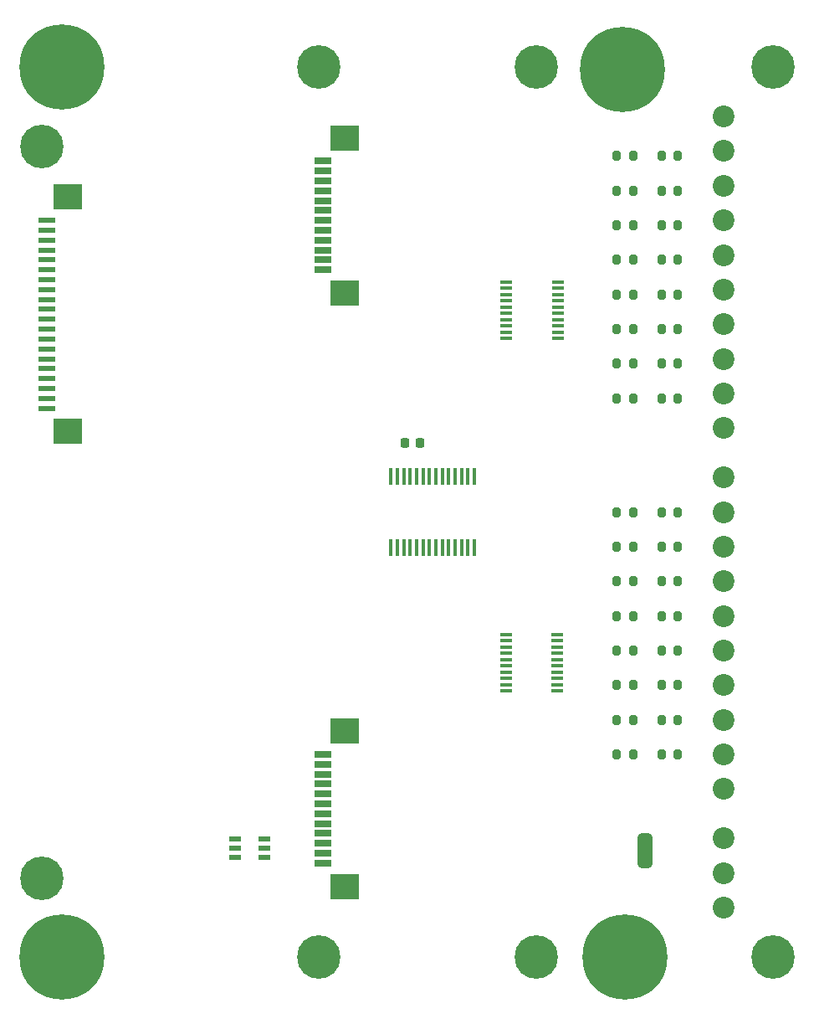
<source format=gbr>
%TF.GenerationSoftware,KiCad,Pcbnew,9.0.6*%
%TF.CreationDate,2025-12-01T21:17:04+03:00*%
%TF.ProjectId,PMCNV-DIx16,504d434e-562d-4444-9978-31362e6b6963,rev?*%
%TF.SameCoordinates,Original*%
%TF.FileFunction,Soldermask,Top*%
%TF.FilePolarity,Negative*%
%FSLAX46Y46*%
G04 Gerber Fmt 4.6, Leading zero omitted, Abs format (unit mm)*
G04 Created by KiCad (PCBNEW 9.0.6) date 2025-12-01 21:17:04*
%MOMM*%
%LPD*%
G01*
G04 APERTURE LIST*
G04 Aperture macros list*
%AMRoundRect*
0 Rectangle with rounded corners*
0 $1 Rounding radius*
0 $2 $3 $4 $5 $6 $7 $8 $9 X,Y pos of 4 corners*
0 Add a 4 corners polygon primitive as box body*
4,1,4,$2,$3,$4,$5,$6,$7,$8,$9,$2,$3,0*
0 Add four circle primitives for the rounded corners*
1,1,$1+$1,$2,$3*
1,1,$1+$1,$4,$5*
1,1,$1+$1,$6,$7*
1,1,$1+$1,$8,$9*
0 Add four rect primitives between the rounded corners*
20,1,$1+$1,$2,$3,$4,$5,0*
20,1,$1+$1,$4,$5,$6,$7,0*
20,1,$1+$1,$6,$7,$8,$9,0*
20,1,$1+$1,$8,$9,$2,$3,0*%
%AMFreePoly0*
4,1,23,0.550000,-0.750000,0.000000,-0.750000,0.000000,-0.745722,-0.065263,-0.745722,-0.191342,-0.711940,-0.304381,-0.646677,-0.396677,-0.554381,-0.461940,-0.441342,-0.495722,-0.315263,-0.495722,-0.250000,-0.500000,-0.250000,-0.500000,0.250000,-0.495722,0.250000,-0.495722,0.315263,-0.461940,0.441342,-0.396677,0.554381,-0.304381,0.646677,-0.191342,0.711940,-0.065263,0.745722,0.000000,0.745722,
0.000000,0.750000,0.550000,0.750000,0.550000,-0.750000,0.550000,-0.750000,$1*%
%AMFreePoly1*
4,1,23,0.000000,0.745722,0.065263,0.745722,0.191342,0.711940,0.304381,0.646677,0.396677,0.554381,0.461940,0.441342,0.495722,0.315263,0.495722,0.250000,0.500000,0.250000,0.500000,-0.250000,0.495722,-0.250000,0.495722,-0.315263,0.461940,-0.441342,0.396677,-0.554381,0.304381,-0.646677,0.191342,-0.711940,0.065263,-0.745722,0.000000,-0.745722,0.000000,-0.750000,-0.550000,-0.750000,
-0.550000,0.750000,0.000000,0.750000,0.000000,0.745722,0.000000,0.745722,$1*%
G04 Aperture macros list end*
%ADD10C,2.200000*%
%ADD11C,0.700000*%
%ADD12C,4.400000*%
%ADD13C,0.900000*%
%ADD14C,8.600000*%
%ADD15RoundRect,0.200000X-0.200000X-0.275000X0.200000X-0.275000X0.200000X0.275000X-0.200000X0.275000X0*%
%ADD16R,1.181100X0.558800*%
%ADD17R,1.200000X0.400000*%
%ADD18RoundRect,0.225000X0.225000X0.250000X-0.225000X0.250000X-0.225000X-0.250000X0.225000X-0.250000X0*%
%ADD19R,0.431800X1.655601*%
%ADD20R,1.803400X0.635000*%
%ADD21R,2.997200X2.590800*%
%ADD22R,1.800000X0.600000*%
%ADD23R,3.000000X2.600000*%
%ADD24FreePoly0,90.000000*%
%ADD25R,1.500000X1.000000*%
%ADD26FreePoly1,90.000000*%
G04 APERTURE END LIST*
%TO.C,JP10*%
G36*
X23250000Y-35000000D02*
G01*
X24750000Y-35000000D01*
X24750000Y-33500000D01*
X23250000Y-33500000D01*
X23250000Y-35000000D01*
G37*
%TD*%
D10*
%TO.C,J6*%
X32000000Y-40000000D03*
X32000000Y-36500000D03*
X32000000Y-33000000D03*
%TD*%
D11*
%TO.C,SP1*%
X11350000Y45000000D03*
X11350000Y-45000000D03*
X11833274Y46166726D03*
X11833274Y43833274D03*
X11833274Y-43833274D03*
X11833274Y-46166726D03*
X13000000Y46650000D03*
D12*
X13000000Y45000000D03*
D11*
X13000000Y43350000D03*
X13000000Y-43350000D03*
D12*
X13000000Y-45000000D03*
D11*
X13000000Y-46650000D03*
X14166726Y46166726D03*
X14166726Y43833274D03*
X14166726Y-43833274D03*
X14166726Y-46166726D03*
X14650000Y45000000D03*
X14650000Y-45000000D03*
X35350000Y45000000D03*
X35350000Y-45000000D03*
X35833274Y46166726D03*
X35833274Y43833274D03*
X35833274Y-43833274D03*
X35833274Y-46166726D03*
X37000000Y46650000D03*
D12*
X37000000Y45000000D03*
D11*
X37000000Y43350000D03*
X37000000Y-43350000D03*
D12*
X37000000Y-45000000D03*
D11*
X37000000Y-46650000D03*
X38166726Y46166726D03*
X38166726Y43833274D03*
X38166726Y-43833274D03*
X38166726Y-46166726D03*
X38650000Y45000000D03*
X38650000Y-45000000D03*
%TD*%
%TO.C,U2*%
X-38650000Y37000000D03*
X-38650000Y-37000000D03*
X-38166726Y38166726D03*
X-38166726Y35833274D03*
X-38166726Y-35833274D03*
X-38166726Y-38166726D03*
X-37000000Y38650000D03*
D12*
X-37000000Y37000000D03*
D11*
X-37000000Y35350000D03*
X-37000000Y-35350000D03*
D12*
X-37000000Y-37000000D03*
D11*
X-37000000Y-38650000D03*
X-35833274Y38166726D03*
X-35833274Y35833274D03*
X-35833274Y-35833274D03*
X-35833274Y-38166726D03*
X-35350000Y37000000D03*
X-35350000Y-37000000D03*
X-10650000Y45000000D03*
X-10650000Y-45000000D03*
X-10166726Y46166726D03*
X-10166726Y43833274D03*
X-10166726Y-43833274D03*
X-10166726Y-46166726D03*
X-9000000Y46650000D03*
D12*
X-9000000Y45000000D03*
D11*
X-9000000Y43350000D03*
X-9000000Y-43350000D03*
D12*
X-9000000Y-45000000D03*
D11*
X-9000000Y-46650000D03*
X-7833274Y46166726D03*
X-7833274Y43833274D03*
X-7833274Y-43833274D03*
X-7833274Y-46166726D03*
X-7350000Y45000000D03*
X-7350000Y-45000000D03*
%TD*%
D13*
%TO.C,H4*%
X-38225000Y-45000000D03*
X-37280419Y-42719581D03*
X-37280419Y-47280419D03*
X-35000000Y-41775000D03*
D14*
X-35000000Y-45000000D03*
D13*
X-35000000Y-48225000D03*
X-32719581Y-42719581D03*
X-32719581Y-47280419D03*
X-31775000Y-45000000D03*
%TD*%
%TO.C,H3*%
X18775000Y-45000000D03*
X19719581Y-42719581D03*
X19719581Y-47280419D03*
X22000000Y-41775000D03*
D14*
X22000000Y-45000000D03*
D13*
X22000000Y-48225000D03*
X24280419Y-42719581D03*
X24280419Y-47280419D03*
X25225000Y-45000000D03*
%TD*%
%TO.C,H2*%
X18494581Y44719581D03*
X19439162Y47000000D03*
X19439162Y42439162D03*
X21719581Y47944581D03*
D14*
X21719581Y44719581D03*
D13*
X21719581Y41494581D03*
X24000000Y47000000D03*
X24000000Y42439162D03*
X24944581Y44719581D03*
%TD*%
%TO.C,H1*%
X-38225000Y45000000D03*
X-37280419Y47280419D03*
X-37280419Y42719581D03*
X-35000000Y48225000D03*
D14*
X-35000000Y45000000D03*
D13*
X-35000000Y41775000D03*
X-32719581Y47280419D03*
X-32719581Y42719581D03*
X-31775000Y45000000D03*
%TD*%
D15*
%TO.C,R31*%
X25675000Y-21000000D03*
X27325000Y-21000000D03*
%TD*%
D16*
%TO.C,U4*%
X-17466850Y-33049999D03*
X-17466850Y-34000000D03*
X-17466850Y-34950001D03*
X-14533150Y-34950001D03*
X-14533150Y-34000000D03*
X-14533150Y-33049999D03*
%TD*%
D15*
%TO.C,R16*%
X25675000Y11500000D03*
X27325000Y11500000D03*
%TD*%
%TO.C,R13*%
X21175000Y15000000D03*
X22825000Y15000000D03*
%TD*%
%TO.C,R18*%
X21175000Y-3500000D03*
X22825000Y-3500000D03*
%TD*%
%TO.C,R28*%
X25675000Y-10500000D03*
X27325000Y-10500000D03*
%TD*%
D17*
%TO.C,U5*%
X15200000Y17550000D03*
X15200000Y18185000D03*
X15200000Y18820000D03*
X15200000Y19455000D03*
X15200000Y20090000D03*
X15200000Y20725000D03*
X15200000Y21360000D03*
X15200000Y21995000D03*
X15200000Y22630000D03*
X15200000Y23265000D03*
X10000000Y23265000D03*
X10000000Y22630000D03*
X10000000Y21995000D03*
X10000000Y21360000D03*
X10000000Y20725000D03*
X10000000Y20090000D03*
X10000000Y19455000D03*
X10000000Y18820000D03*
X10000000Y18185000D03*
X10000000Y17550000D03*
%TD*%
D15*
%TO.C,R4*%
X25675000Y32500000D03*
X27325000Y32500000D03*
%TD*%
%TO.C,R24*%
X21175000Y-24500000D03*
X22825000Y-24500000D03*
%TD*%
%TO.C,R23*%
X21175000Y-21000000D03*
X22825000Y-21000000D03*
%TD*%
%TO.C,R11*%
X21175000Y18500000D03*
X22825000Y18500000D03*
%TD*%
%TO.C,R2*%
X25675000Y36000000D03*
X27325000Y36000000D03*
%TD*%
D18*
%TO.C,C1*%
X1275000Y7000000D03*
X-275000Y7000000D03*
%TD*%
D15*
%TO.C,R20*%
X21175000Y-10500000D03*
X22825000Y-10500000D03*
%TD*%
D19*
%TO.C,U1*%
X6745000Y3627801D03*
X6094999Y3627801D03*
X5445000Y3627801D03*
X4794999Y3627801D03*
X4145001Y3627801D03*
X3494999Y3627801D03*
X2845001Y3627801D03*
X2195002Y3627801D03*
X1545001Y3627801D03*
X895002Y3627801D03*
X245001Y3627801D03*
X-404998Y3627801D03*
X-1054999Y3627801D03*
X-1704998Y3627801D03*
X-1705000Y-3627801D03*
X-1054999Y-3627801D03*
X-405000Y-3627801D03*
X245001Y-3627801D03*
X894999Y-3627801D03*
X1545001Y-3627801D03*
X2194999Y-3627801D03*
X2845001Y-3627801D03*
X3494999Y-3627801D03*
X4145001Y-3627801D03*
X4794999Y-3627801D03*
X5445000Y-3627801D03*
X6094999Y-3627801D03*
X6745000Y-3627801D03*
%TD*%
D15*
%TO.C,R5*%
X21175000Y29000000D03*
X22825000Y29000000D03*
%TD*%
D20*
%TO.C,J12*%
X-8556000Y24500008D03*
X-8556000Y25500006D03*
X-8556000Y26500004D03*
X-8556000Y27500002D03*
X-8556000Y28500000D03*
X-8556000Y29500000D03*
X-8556000Y30500000D03*
X-8556000Y31500000D03*
X-8556000Y32499998D03*
X-8556000Y33499996D03*
X-8556000Y34499994D03*
X-8556000Y35499992D03*
D21*
X-6385999Y22149997D03*
X-6385999Y37850003D03*
%TD*%
D15*
%TO.C,R3*%
X21175000Y32500000D03*
X22825000Y32500000D03*
%TD*%
%TO.C,R26*%
X25675000Y-3500000D03*
X27325000Y-3500000D03*
%TD*%
%TO.C,R7*%
X21175000Y25500000D03*
X22825000Y25500000D03*
%TD*%
%TO.C,R17*%
X21175000Y0D03*
X22825000Y0D03*
%TD*%
%TO.C,R32*%
X25675000Y-24500000D03*
X27325000Y-24500000D03*
%TD*%
D22*
%TO.C,JM1*%
X-36546000Y10500000D03*
X-36546000Y11500000D03*
X-36546000Y12500000D03*
X-36546000Y13500000D03*
X-36546000Y14500000D03*
X-36546000Y15500000D03*
X-36546000Y16500000D03*
X-36546000Y17500000D03*
X-36546000Y18500000D03*
X-36546000Y19500000D03*
X-36546000Y20500000D03*
X-36546000Y21500000D03*
X-36546000Y22500000D03*
X-36546000Y23500000D03*
X-36546000Y24500000D03*
X-36546000Y25500000D03*
X-36546000Y26500000D03*
X-36546000Y27500000D03*
X-36546000Y28500000D03*
X-36546000Y29500000D03*
D23*
X-34375000Y8150000D03*
X-34375000Y31850000D03*
%TD*%
D15*
%TO.C,R8*%
X25675000Y25500000D03*
X27325000Y25500000D03*
%TD*%
%TO.C,R30*%
X25675000Y-17500000D03*
X27325000Y-17500000D03*
%TD*%
%TO.C,R6*%
X25675000Y29000000D03*
X27325000Y29000000D03*
%TD*%
%TO.C,R1*%
X21175000Y36000000D03*
X22825000Y36000000D03*
%TD*%
%TO.C,R22*%
X21175000Y-17500000D03*
X22825000Y-17500000D03*
%TD*%
D20*
%TO.C,J2*%
X-8556000Y-35499992D03*
X-8556000Y-34499994D03*
X-8556000Y-33499996D03*
X-8556000Y-32499998D03*
X-8556000Y-31500000D03*
X-8556000Y-30500000D03*
X-8556000Y-29500000D03*
X-8556000Y-28500000D03*
X-8556000Y-27500002D03*
X-8556000Y-26500004D03*
X-8556000Y-25500006D03*
X-8556000Y-24500008D03*
D21*
X-6385999Y-37850003D03*
X-6385999Y-22149997D03*
%TD*%
D15*
%TO.C,R10*%
X25675000Y22000000D03*
X27325000Y22000000D03*
%TD*%
%TO.C,R14*%
X25675000Y15000000D03*
X27325000Y15000000D03*
%TD*%
D17*
%TO.C,U3*%
X15140000Y-18097500D03*
X15140000Y-17462500D03*
X15140000Y-16827500D03*
X15140000Y-16192500D03*
X15140000Y-15557500D03*
X15140000Y-14922500D03*
X15140000Y-14287500D03*
X15140000Y-13652500D03*
X15140000Y-13017500D03*
X15140000Y-12382500D03*
X9940000Y-12382500D03*
X9940000Y-13017500D03*
X9940000Y-13652500D03*
X9940000Y-14287500D03*
X9940000Y-14922500D03*
X9940000Y-15557500D03*
X9940000Y-16192500D03*
X9940000Y-16827500D03*
X9940000Y-17462500D03*
X9940000Y-18097500D03*
%TD*%
D24*
%TO.C,JP10*%
X24000000Y-35550000D03*
D25*
X24000000Y-34250000D03*
D26*
X24000000Y-32950000D03*
%TD*%
D15*
%TO.C,R12*%
X25675000Y18500000D03*
X27325000Y18500000D03*
%TD*%
%TO.C,R9*%
X21175000Y22000000D03*
X22825000Y22000000D03*
%TD*%
%TO.C,R19*%
X21175000Y-7000000D03*
X22825000Y-7000000D03*
%TD*%
D10*
%TO.C,J4*%
X32000000Y-28000000D03*
X32000000Y-24500000D03*
X32000000Y-21000000D03*
X32000000Y-17500000D03*
X32000000Y-14000000D03*
X32000000Y-10500000D03*
X32000000Y-7000000D03*
X32000000Y-3500000D03*
X32000000Y0D03*
X32000000Y3500000D03*
%TD*%
D15*
%TO.C,R27*%
X25675000Y-7000000D03*
X27325000Y-7000000D03*
%TD*%
%TO.C,R25*%
X25675000Y0D03*
X27325000Y0D03*
%TD*%
%TO.C,R21*%
X21175000Y-14000000D03*
X22825000Y-14000000D03*
%TD*%
D10*
%TO.C,J3*%
X32000000Y8500000D03*
X32000000Y12000000D03*
X32000000Y15500000D03*
X32000000Y19000000D03*
X32000000Y22500000D03*
X32000000Y26000000D03*
X32000000Y29500000D03*
X32000000Y33000000D03*
X32000000Y36500000D03*
X32000000Y40000000D03*
%TD*%
D15*
%TO.C,R29*%
X25675000Y-14000000D03*
X27325000Y-14000000D03*
%TD*%
%TO.C,R15*%
X21175000Y11500000D03*
X22825000Y11500000D03*
%TD*%
M02*

</source>
